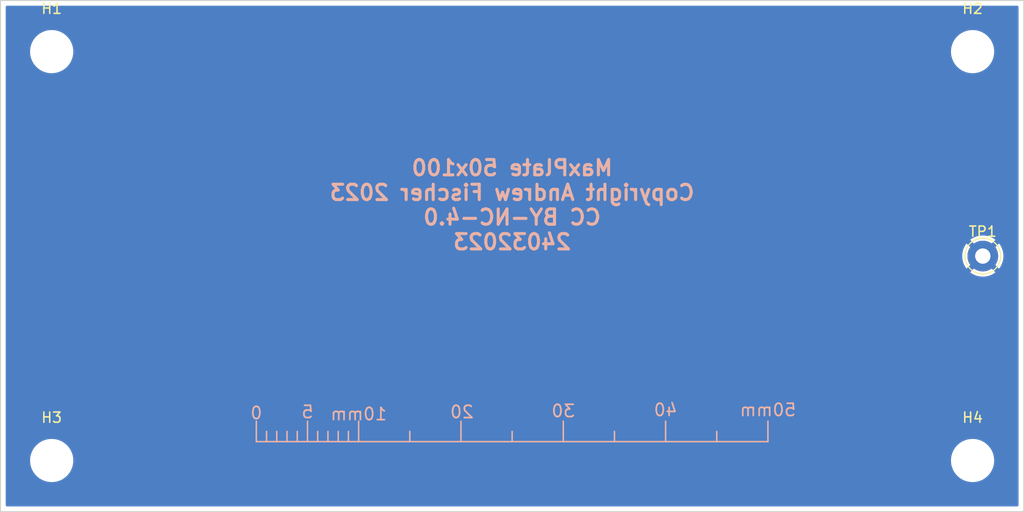
<source format=kicad_pcb>
(kicad_pcb (version 20221018) (generator pcbnew)
  (title_block (date "2023-03-24"))
  (layers (0 "F.Cu" signal) (31 "B.Cu" signal) (34 "B.Paste" user) (35 "F.Paste" user) (36 "B.SilkS" user "B.Silkscreen") (37 "F.SilkS" user "F.Silkscreen") (38 "B.Mask" user) (39 "F.Mask" user) (44 "Edge.Cuts" user))
  (net 0 "")
  (net 1 "GND")
  (footprint "MountingHole:MountingHole_3.2mm_M3" (layer "F.Cu") (at 105 105)
    (fp_text reference "H1" (at 0 -4.2) (layer "F.SilkS"))
    (fp_text value "M3")
    (pad "" np_thru_hole circle (at 0 0) (size 3.2 3.2) (drill 3.2) (layers "*.Cu" "*.Mask"))
  )
  (footprint "MountingHole:MountingHole_3.2mm_M3" (layer "F.Cu") (at 195 145)
    (fp_text reference "H4" (at 0 -4.2) (layer "F.SilkS"))
    (fp_text value "M3")
    (pad "" np_thru_hole circle (at 0 0) (size 3.2 3.2) (drill 3.2) (layers "*.Cu" "*.Mask"))
  )
  (footprint "TestPoint:TestPoint_THTPad_D3.0mm_Drill1.5mm" (layer "F.Cu") (at 196 125)
    (fp_text reference "TP1" (at 0 -2.398) (layer "F.SilkS"))
    (fp_text value "TestPoint")
    (fp_circle (center 0 0) (end 0 1.75) (stroke (width 0.12)) (fill none) (layer "F.SilkS"))
    (pad "1" thru_hole circle (at 0 0) (size 3 3) (drill 1.5) (layers "*.Cu" "*.Mask") (net 1 "GND"))
  )
  (footprint "MountingHole:MountingHole_3.2mm_M3" (layer "F.Cu") (at 195 105)
    (fp_text reference "H2" (at 0 -4.2) (layer "F.SilkS"))
    (fp_text value "M3")
    (pad "" np_thru_hole circle (at 0 0) (size 3.2 3.2) (drill 3.2) (layers "*.Cu" "*.Mask"))
  )
  (footprint "MountingHole:MountingHole_3.2mm_M3" (layer "F.Cu") (at 105 145)
    (fp_text reference "H3" (at 0 -4.2) (layer "F.SilkS"))
    (fp_text value "M3")
    (pad "" np_thru_hole circle (at 0 0) (size 3.2 3.2) (drill 3.2) (layers "*.Cu" "*.Mask"))
  )
  (footprint "Calibration_Scale:Gauge_50mm_Type1_SilkScreenTop" (layer "B.Cu") (at 125 143.15199)
    (fp_text reference "REF**" hide)
    (fp_text value "Gauge_50mm_Type1_SilkScreenTop" hide)
    (fp_text user "10mm" (at 9.99998 -2.70002) (layer "B.SilkS") (effects (font (size 1.2 1.2) (thickness 0.17)) (justify mirror)))
    (fp_text user "20" (at 20.09902 -2.90068) (layer "B.SilkS") (effects (font (size 1.2 1.2) (thickness 0.17)) (justify mirror)))
    (fp_text user "0" (at 0 -2.79908) (layer "B.SilkS") (effects (font (size 1.2 1.2) (thickness 0.17)) (justify mirror)))
    (fp_text user "40" (at 39.99992 -3.10134) (layer "B.SilkS") (effects (font (size 1.2 1.2) (thickness 0.17)) (justify mirror)))
    (fp_text user "30" (at 29.99994 -2.99974) (layer "B.SilkS") (effects (font (size 1.2 1.2) (thickness 0.17)) (justify mirror)))
    (fp_text user "50mm" (at 49.9999 -3.10134) (layer "B.SilkS") (effects (font (size 1.2 1.2) (thickness 0.17)) (justify mirror)))
    (fp_text user "5" (at 4.99872 -2.90068) (layer "B.SilkS") (effects (font (size 1.2 1.2) (thickness 0.17)) (justify mirror)))
    (fp_line (start 0 0) (end 0 -1.99898) (stroke (width 0.15)) (layer "B.SilkS"))
    (fp_line (start 0 0) (end 9.99998 0) (stroke (width 0.15)) (layer "B.SilkS"))
    (fp_line (start 1.00076 0) (end 1.00076 -1.00076) (stroke (width 0.15)) (layer "B.SilkS"))
    (fp_line (start 1.99898 0) (end 1.99898 -1.00076) (stroke (width 0.15)) (layer "B.SilkS"))
    (fp_line (start 2.99974 0) (end 2.99974 -1.00076) (stroke (width 0.15)) (layer "B.SilkS"))
    (fp_line (start 4.0005 0) (end 4.0005 -1.00076) (stroke (width 0.15)) (layer "B.SilkS"))
    (fp_line (start 5.00126 0) (end 5.00126 -1.99898) (stroke (width 0.15)) (layer "B.SilkS"))
    (fp_line (start 5.99948 0) (end 5.99948 -1.00076) (stroke (width 0.15)) (layer "B.SilkS"))
    (fp_line (start 7.00024 0) (end 7.00024 -1.00076) (stroke (width 0.15)) (layer "B.SilkS"))
    (fp_line (start 8.001 0) (end 8.001 -1.00076) (stroke (width 0.15)) (layer "B.SilkS"))
    (fp_line (start 8.99922 0) (end 8.99922 -1.00076) (stroke (width 0.15)) (layer "B.SilkS"))
    (fp_line (start 9.99998 0) (end 9.99998 -1.99898) (stroke (width 0.15)) (layer "B.SilkS"))
    (fp_line (start 9.99998 0) (end 49.9999 0) (stroke (width 0.15)) (layer "B.SilkS"))
    (fp_line (start 15.00124 0) (end 15.00124 -1.00076) (stroke (width 0.15)) (layer "B.SilkS"))
    (fp_line (start 19.99996 0) (end 19.99996 -1.99898) (stroke (width 0.15)) (layer "B.SilkS"))
    (fp_line (start 25.00122 0) (end 25.00122 -1.00076) (stroke (width 0.15)) (layer "B.SilkS"))
    (fp_line (start 29.99994 0) (end 29.99994 -1.99898) (stroke (width 0.15)) (layer "B.SilkS"))
    (fp_line (start 35.0012 0) (end 35.0012 -1.00076) (stroke (width 0.15)) (layer "B.SilkS"))
    (fp_line (start 39.99992 0) (end 39.99992 -1.99898) (stroke (width 0.15)) (layer "B.SilkS"))
    (fp_line (start 45.00118 0) (end 45.00118 -1.00076) (stroke (width 0.15)) (layer "B.SilkS"))
    (fp_line (start 49.9999 0) (end 49.9999 -1.99898) (stroke (width 0.15)) (layer "B.SilkS"))
  )
  (gr_rect (start 100 100) (end 200 150) (stroke (width 0.1)) (fill none) (layer "Edge.Cuts"))
  (gr_text "MaxPlate 50x100\nCopyright Andrew Fischer 2023\nCC BY-NC-4.0\n24032023\n" (at 150 120) (layer "B.SilkS") (effects (font (size 1.5 1.5) (thickness 0.3)) (justify mirror)))
  (zone (net 1) (net_name "GND") (layer "B.Cu") (connect_pads (clearance 0.508)) (min_thickness 0.254) (fill yes (thermal_gap 0.508) (thermal_bridge_width 0.508))
    (polygon (pts (xy 200 150) (xy 100 150) (xy 100 100) (xy 200 100)))
  )
)
</source>
